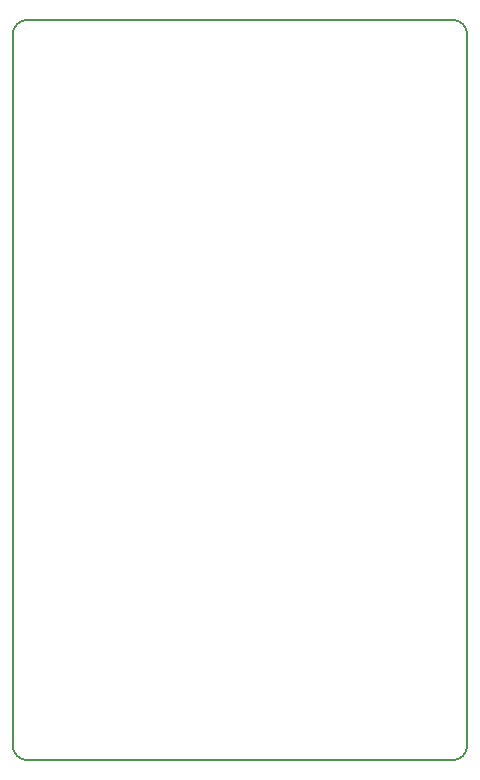
<source format=gm1>
G04*
G04 #@! TF.GenerationSoftware,Altium Limited,Altium Designer,20.0.9 (164)*
G04*
G04 Layer_Color=16711935*
%FSLAX25Y25*%
%MOIN*%
G70*
G01*
G75*
%ADD11C,0.00787*%
D11*
X5000Y246850D02*
G03*
X0Y241850I0J-5000D01*
G01*
X151575D02*
G03*
X146575Y246850I-5000J0D01*
G01*
Y0D02*
G03*
X151575Y5000I0J5000D01*
G01*
X0D02*
G03*
X5000Y0I5000J0D01*
G01*
X0Y232008D02*
Y241850D01*
X5000Y246850D02*
X146575D01*
X151575Y232008D02*
Y241850D01*
Y5000D02*
Y232008D01*
X144606Y0D02*
X146575D01*
X0Y5000D02*
Y222835D01*
X5000Y0D02*
X144606D01*
X0Y222835D02*
Y232008D01*
M02*

</source>
